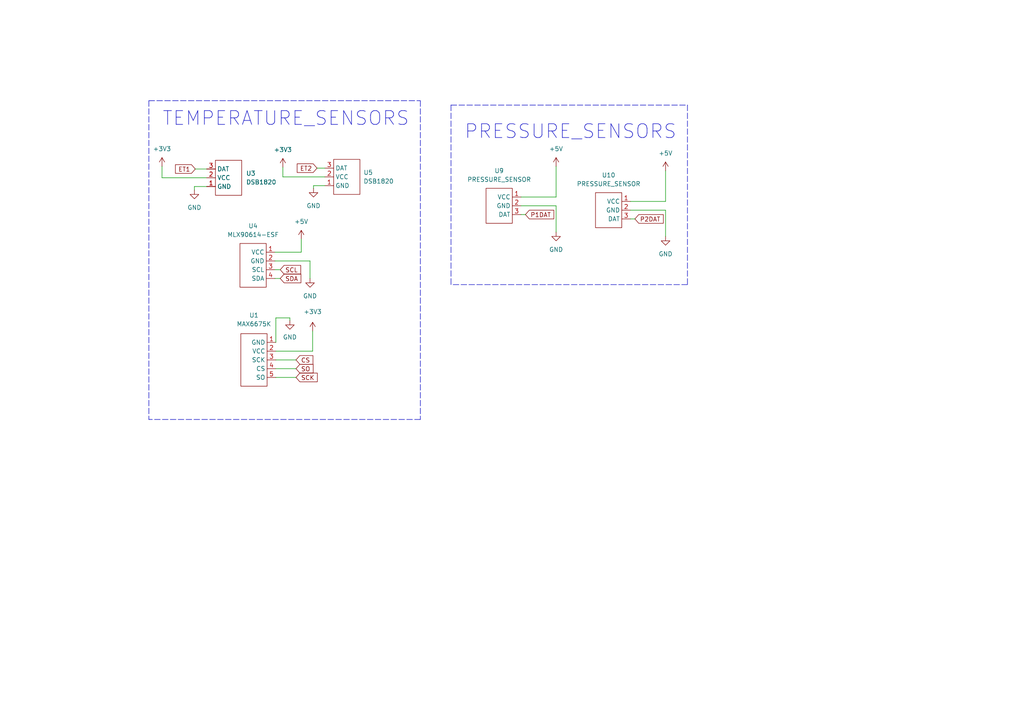
<source format=kicad_sch>
(kicad_sch (version 20211123) (generator eeschema)
  (paper "A4")
  (lib_symbols
    (symbol "DSB1820_1"
      (property "Reference" "U" (at 0 0 0))
      (property "Value" "DSB1820_1" (at 0 0 0))
      (symbol "DSB1820_1_0_1"
        (rectangle (start 0 10.16) (end 7.62 0))
      )
      (symbol "DSB1820_1_1_1"
        (pin power_out line (at 10.16 7.62 180) (length 2.54) (name "GND") (number "1"))
        (pin power_in line (at 10.16 5.08 180) (length 2.54) (name "VCC") (number "2"))
        (pin input line (at 10.16 2.54 180) (length 2.54) (name "DAT") (number "3"))
      )
    )
    (symbol "DSB1820_2"
      (property "Reference" "U" (at 0 0 0))
      (property "Value" "DSB1820_2" (at 0 0 0))
      (symbol "DSB1820_2_0_1"
        (rectangle (start 0 10.16) (end 7.62 0))
      )
      (symbol "DSB1820_2_1_1"
        (pin power_out line (at 10.16 7.62 180) (length 2.54) (name "GND") (number "1"))
        (pin power_in line (at 10.16 5.08 180) (length 2.54) (name "VCC") (number "2"))
        (pin input line (at 10.16 2.54 180) (length 2.54) (name "DAT") (number "3"))
      )
    )
    (symbol "Userlibrary:MAX6675K"
      (property "Reference" "U" (at 0 0 0))
      (property "Value" "MAX6675K" (at 0 0 0))
      (symbol "MAX6675K_0_1"
        (rectangle (start 0 15.24) (end 7.62 0))
      )
      (symbol "MAX6675K_1_1"
        (pin power_out line (at 10.16 12.7 180) (length 2.54) (name "GND") (number "1"))
        (pin power_in line (at 10.16 10.16 180) (length 2.54) (name "VCC") (number "2"))
        (pin input line (at 10.16 7.62 180) (length 2.54) (name "SCK") (number "3"))
        (pin input line (at 10.16 5.08 180) (length 2.54) (name "CS") (number "4"))
        (pin input line (at 10.16 2.54 180) (length 2.54) (name "SO") (number "5"))
      )
    )
    (symbol "Userlibrary:MLX90614-ESF"
      (property "Reference" "U" (at 0 0 0))
      (property "Value" "MLX90614-ESF" (at 0 0 0))
      (symbol "MLX90614-ESF_0_1"
        (rectangle (start 0 12.7) (end 7.62 0))
      )
      (symbol "MLX90614-ESF_1_1"
        (pin power_in line (at 10.16 10.16 180) (length 2.54) (name "VCC") (number "1"))
        (pin power_in line (at 10.16 7.62 180) (length 2.54) (name "GND") (number "2"))
        (pin input line (at 10.16 5.08 180) (length 2.54) (name "SCL") (number "3"))
        (pin input line (at 10.16 2.54 180) (length 2.54) (name "SDA") (number "4"))
      )
    )
    (symbol "Userlibrary:PRESSURE_SENSOR"
      (property "Reference" "U" (at 0 0 0))
      (property "Value" "PRESSURE_SENSOR" (at 0 0 0))
      (symbol "PRESSURE_SENSOR_0_1"
        (rectangle (start 0 10.16) (end 7.62 0))
      )
      (symbol "PRESSURE_SENSOR_1_1"
        (pin input line (at 10.16 7.62 180) (length 2.54) (name "VCC") (number "1"))
        (pin input line (at 10.16 5.08 180) (length 2.54) (name "GND") (number "2"))
        (pin input line (at 10.16 2.54 180) (length 2.54) (name "DAT") (number "3"))
      )
    )
    (symbol "power:+3.3V" (power) (pin_names (offset 0))
      (property "Value" "+3.3V" (at 0 3.556 0))
      (symbol "+3.3V_0_1"
        (polyline (pts (xy -0.762 1.27) (xy 0 2.54)))
        (polyline (pts (xy 0 0) (xy 0 2.54)))
        (polyline (pts (xy 0 2.54) (xy 0.762 1.27)))
      )
      (symbol "+3.3V_1_1"
        (pin power_in line (at 0 0 90) (length 0) hide (name "+3V3") (number "1"))
      )
    )
    (symbol "power:+3V3" (power) (pin_names (offset 0))
      (property "Value" "+3V3" (at 0 3.556 0))
      (symbol "+3V3_0_1"
        (polyline (pts (xy -0.762 1.27) (xy 0 2.54)))
        (polyline (pts (xy 0 0) (xy 0 2.54)))
        (polyline (pts (xy 0 2.54) (xy 0.762 1.27)))
      )
      (symbol "+3V3_1_1"
        (pin power_in line (at 0 0 90) (length 0) hide (name "+3V3") (number "1"))
      )
    )
    (symbol "power:+5V" (power) (pin_names (offset 0))
      (property "Value" "+5V" (at 0 3.556 0))
      (symbol "+5V_0_1"
        (polyline (pts (xy -0.762 1.27) (xy 0 2.54)))
        (polyline (pts (xy 0 0) (xy 0 2.54)))
        (polyline (pts (xy 0 2.54) (xy 0.762 1.27)))
      )
      (symbol "+5V_1_1"
        (pin power_in line (at 0 0 90) (length 0) hide (name "+5V") (number "1"))
      )
    )
    (symbol "power:GND" (power) (pin_names (offset 0))
      (property "Value" "GND" (at 0 -3.81 0))
      (symbol "GND_0_1"
        (polyline (pts (xy 0 0) (xy 0 -1.27) (xy 1.27 -1.27) (xy 0 -2.54) (xy -1.27 -1.27) (xy 0 -1.27)))
      )
      (symbol "GND_1_1"
        (pin power_in line (at 0 0 270) (length 0) hide (name "GND") (number "1"))
      )
    )
  )
  (wire (pts (xy 56.642 49.022) (xy 59.944 49.022)))
  (wire (pts (xy 94.234 51.308) (xy 82.042 51.308)))
  (polyline (pts (xy 43.18 29.21) (xy 121.92 29.21)))
  (wire (pts (xy 59.944 54.102) (xy 56.388 54.102)))
  (wire (pts (xy 94.234 53.848) (xy 90.932 53.848)))
  (wire (pts (xy 182.88 58.42) (xy 193.04 58.42)))
  (wire (pts (xy 79.756 75.692) (xy 89.916 75.692)))
  (polyline (pts (xy 130.81 30.48) (xy 199.39 30.48)))
  (wire (pts (xy 81.28 80.772) (xy 79.756 80.772)))
  (wire (pts (xy 81.28 78.232) (xy 79.756 78.232)))
  (wire (pts (xy 46.99 48.26) (xy 46.99 51.562)))
  (wire (pts (xy 80.01 104.394) (xy 85.852 104.394)))
  (polyline (pts (xy 130.81 30.48) (xy 130.81 82.55)))
  (wire (pts (xy 79.756 73.152) (xy 87.376 73.152)))
  (polyline (pts (xy 199.39 30.48) (xy 199.39 82.55)))
  (wire (pts (xy 46.99 51.562) (xy 59.944 51.562)))
  (wire (pts (xy 193.04 60.96) (xy 193.04 68.58)))
  (wire (pts (xy 87.376 69.342) (xy 87.376 73.152)))
  (polyline (pts (xy 199.39 82.55) (xy 130.81 82.55)))
  (wire (pts (xy 151.13 62.23) (xy 152.4 62.23)))
  (wire (pts (xy 161.29 59.69) (xy 161.29 67.31)))
  (wire (pts (xy 84.074 92.964) (xy 84.074 92.202)))
  (wire (pts (xy 90.932 53.848) (xy 90.932 54.61)))
  (wire (pts (xy 80.01 101.854) (xy 90.678 101.854)))
  (wire (pts (xy 89.916 75.692) (xy 89.916 80.772)))
  (wire (pts (xy 90.678 101.854) (xy 90.678 96.012)))
  (wire (pts (xy 80.01 106.934) (xy 85.852 106.934)))
  (wire (pts (xy 193.04 58.42) (xy 193.04 49.53)))
  (polyline (pts (xy 43.18 29.21) (xy 43.18 121.666)))
  (polyline (pts (xy 121.92 29.21) (xy 121.92 121.666)))
  (wire (pts (xy 182.88 60.96) (xy 193.04 60.96)))
  (wire (pts (xy 56.388 54.102) (xy 56.388 55.118)))
  (wire (pts (xy 91.948 48.768) (xy 94.234 48.768)))
  (wire (pts (xy 84.074 92.202) (xy 80.01 92.202)))
  (wire (pts (xy 151.13 57.15) (xy 161.29 57.15)))
  (wire (pts (xy 82.042 51.308) (xy 82.042 48.514)))
  (wire (pts (xy 80.01 92.202) (xy 80.01 99.314)))
  (wire (pts (xy 80.01 109.474) (xy 85.852 109.474)))
  (wire (pts (xy 151.13 59.69) (xy 161.29 59.69)))
  (wire (pts (xy 161.29 57.15) (xy 161.29 48.26)))
  (wire (pts (xy 182.88 63.5) (xy 184.15 63.5)))
  (polyline (pts (xy 121.92 121.666) (xy 43.18 121.666)))
  (text "PRESSURE_SENSORS\n" (at 134.62 40.64 0) (effects (font (size 4 4)) (justify left bottom)))
  (text "TEMPERATURE_SENSORS\n" (at 46.99 36.83 0) (effects (font (size 4 4)) (justify left bottom)))
  (global_label "SCL" (shape input) (at 81.28 78.232 0) (property "Intersheet References" "${INTERSHEET_REFS}" (effects hide)))
  (global_label "SO" (shape input) (at 85.852 106.934 0) (property "Intersheet References" "${INTERSHEET_REFS}" (effects hide)))
  (global_label "P2DAT" (shape input) (at 184.15 63.5 0) (property "Intersheet References" "${INTERSHEET_REFS}" (effects hide)))
  (global_label "SCK" (shape input) (at 85.852 109.474 0) (property "Intersheet References" "${INTERSHEET_REFS}" (effects hide)))
  (global_label "P1DAT" (shape input) (at 152.4 62.23 0) (property "Intersheet References" "${INTERSHEET_REFS}" (effects hide)))
  (global_label "ET2" (shape input) (at 91.948 48.768 180) (property "Intersheet References" "${INTERSHEET_REFS}" (effects hide)))
  (global_label "CS" (shape input) (at 85.852 104.394 0) (property "Intersheet References" "${INTERSHEET_REFS}" (effects hide)))
  (global_label "SDA" (shape input) (at 81.28 80.772 0) (property "Intersheet References" "${INTERSHEET_REFS}" (effects hide)))
  (global_label "ET1" (shape input) (at 56.642 49.022 180) (property "Intersheet References" "${INTERSHEET_REFS}" (effects hide)))
  (symbol (lib_id "power:+5V") (at 193.04 49.53 0) (unit 1)
    (property "Reference" "#PWR0126" (effects hide))
    (property "Value" "+5V" (at 193.04 44.45 0))
  )
  (symbol (lib_id "Userlibrary:PRESSURE_SENSOR") (at 172.72 66.04 0) (unit 1)
    (property "Reference" "U10" (at 176.53 50.8 0))
    (property "Value" "PRESSURE_SENSOR" (at 176.53 53.34 0))
    (property "Footprint" "UserLibrary:PinHeader_1x03_P2.54mm_Vertical" (effects hide))
  )
  (symbol (lib_id "Userlibrary:PRESSURE_SENSOR") (at 140.97 64.77 0) (unit 1)
    (property "Reference" "U9" (at 144.78 49.53 0))
    (property "Value" "PRESSURE_SENSOR" (at 144.78 52.07 0))
    (property "Footprint" "UserLibrary:PinHeader_1x03_P2.54mm_Vertical" (effects hide))
  )
  (symbol (lib_name "DSB1820_2") (lib_id "Userlibrary:DSB1820") (at 104.394 46.228 180) (unit 1)
    (property "Reference" "U5" (at 105.41 50.0379 0) (effects (justify right)))
    (property "Value" "DSB1820" (at 105.41 52.5779 0) (effects (justify right)))
    (property "Footprint" "UserLibrary:PinHeader_1x03_P2.54mm_Vertical" (effects hide))
  )
  (symbol (lib_id "power:GND") (at 161.29 67.31 0) (unit 1)
    (property "Reference" "#PWR0125" (effects hide))
    (property "Value" "GND" (at 161.29 72.39 0))
  )
  (symbol (lib_id "power:+3V3") (at 90.678 96.012 0) (unit 1)
    (property "Reference" "#PWR0103" (effects hide))
    (property "Value" "+3V3" (at 90.678 90.424 0))
  )
  (symbol (lib_id "Userlibrary:MLX90614-ESF") (at 69.596 83.312 0) (unit 1)
    (property "Reference" "U4" (at 73.406 65.532 0))
    (property "Value" "MLX90614-ESF" (at 73.406 68.072 0))
    (property "Footprint" "UserLibrary:PinHeader_1x04_P2.54mm_Vertical" (effects hide))
  )
  (symbol (lib_id "power:+5V") (at 161.29 48.26 0) (unit 1)
    (property "Reference" "#PWR0124" (effects hide))
    (property "Value" "+5V" (at 161.29 43.18 0))
  )
  (symbol (lib_id "power:+3.3V") (at 82.042 48.514 0) (unit 1)
    (property "Reference" "#PWR0112" (effects hide))
    (property "Value" "+3.3V" (at 82.042 43.434 0))
  )
  (symbol (lib_id "power:+5V") (at 87.376 69.342 0) (unit 1)
    (property "Reference" "#PWR0105" (effects hide))
    (property "Value" "+5V" (at 87.376 64.262 0))
  )
  (symbol (lib_id "power:GND") (at 90.932 54.61 0) (unit 1)
    (property "Reference" "#PWR0113" (effects hide))
    (property "Value" "GND" (at 90.932 59.69 0))
  )
  (symbol (lib_id "power:+3.3V") (at 46.99 48.26 0) (unit 1)
    (property "Reference" "#PWR0106" (effects hide))
    (property "Value" "+3.3V" (at 46.99 43.18 0))
  )
  (symbol (lib_id "power:GND") (at 56.388 55.118 0) (unit 1)
    (property "Reference" "#PWR0111" (effects hide))
    (property "Value" "GND" (at 56.388 60.198 0))
  )
  (symbol (lib_id "power:GND") (at 193.04 68.58 0) (unit 1)
    (property "Reference" "#PWR0127" (effects hide))
    (property "Value" "GND" (at 193.04 73.66 0))
  )
  (symbol (lib_name "DSB1820_1") (lib_id "Userlibrary:DSB1820") (at 70.104 46.482 180) (unit 1)
    (property "Reference" "U3" (at 71.374 50.2919 0) (effects (justify right)))
    (property "Value" "DSB1820" (at 71.374 52.8319 0) (effects (justify right)))
    (property "Footprint" "UserLibrary:PinHeader_1x03_P2.54mm_Vertical" (effects hide))
  )
  (symbol (lib_id "power:GND") (at 84.074 92.964 0) (unit 1)
    (property "Reference" "#PWR0104" (effects hide))
    (property "Value" "GND" (at 84.074 97.79 0))
  )
  (symbol (lib_id "Userlibrary:MAX6675K") (at 69.85 112.014 0) (unit 1)
    (property "Reference" "U1" (at 73.66 91.44 0))
    (property "Value" "MAX6675K" (at 73.66 93.98 0))
    (property "Footprint" "UserLibrary:PinHeader_1x05_P2.54mm_Vertical" (effects hide))
  )
  (symbol (lib_id "power:GND") (at 89.916 80.772 0) (unit 1)
    (property "Reference" "#PWR0107" (effects hide))
    (property "Value" "GND" (at 89.916 85.852 0))
  )
)
</source>
